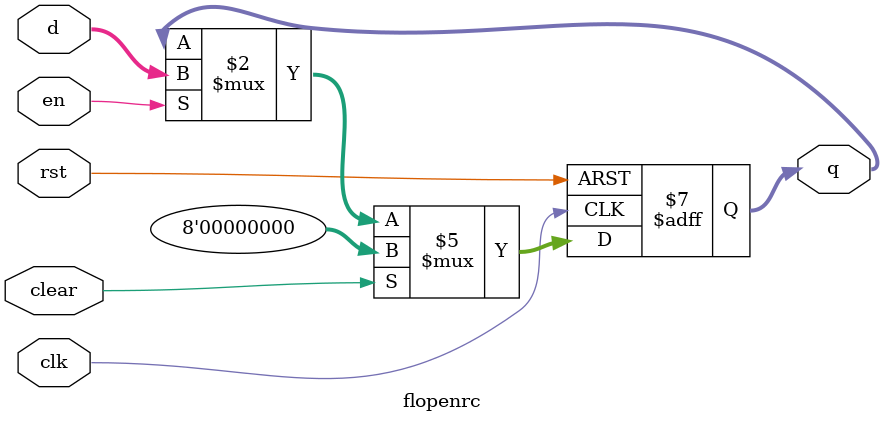
<source format=v>
`timescale 1ns / 1ps


module flopenrc #(parameter WIDTH = 8)(
    input wire clk,rst,en,clear,
    input wire[WIDTH-1:0] d,
    output reg[WIDTH-1:0] q
    );
    always @(posedge clk, posedge rst) begin
        if(rst) begin
            q<= 0;
            end
        else if (clear) begin
            q<= 0;
            end
        else if (en) begin
            q<= d;
            end
     end
endmodule

</source>
